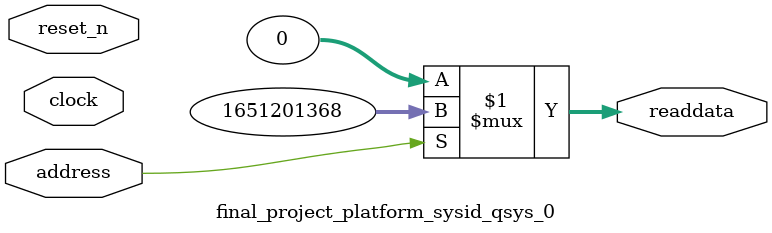
<source format=v>



// synthesis translate_off
`timescale 1ns / 1ps
// synthesis translate_on

// turn off superfluous verilog processor warnings 
// altera message_level Level1 
// altera message_off 10034 10035 10036 10037 10230 10240 10030 

module final_project_platform_sysid_qsys_0 (
               // inputs:
                address,
                clock,
                reset_n,

               // outputs:
                readdata
             )
;

  output  [ 31: 0] readdata;
  input            address;
  input            clock;
  input            reset_n;

  wire    [ 31: 0] readdata;
  //control_slave, which is an e_avalon_slave
  assign readdata = address ? 1651201368 : 0;

endmodule



</source>
